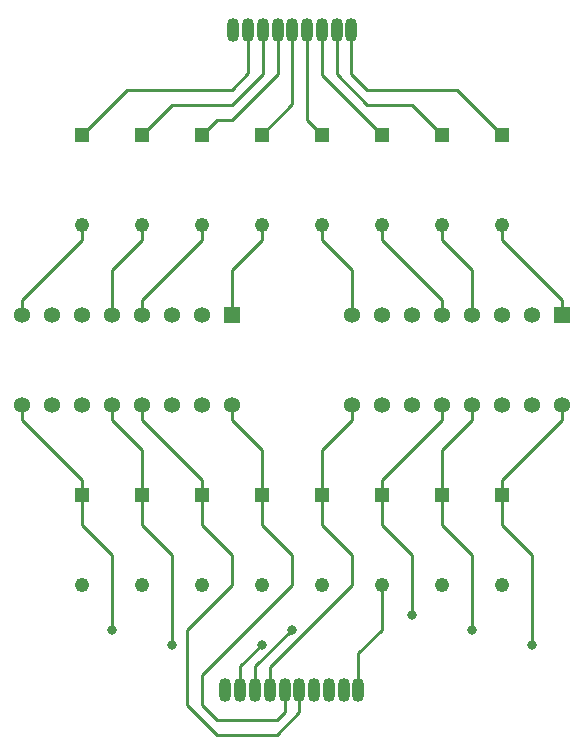
<source format=gbr>
%TF.GenerationSoftware,KiCad,Pcbnew,7.0.9*%
%TF.CreationDate,2024-01-04T07:45:15-05:00*%
%TF.ProjectId,trigger_line,74726967-6765-4725-9f6c-696e652e6b69,rev?*%
%TF.SameCoordinates,Original*%
%TF.FileFunction,Copper,L1,Top*%
%TF.FilePolarity,Positive*%
%FSLAX46Y46*%
G04 Gerber Fmt 4.6, Leading zero omitted, Abs format (unit mm)*
G04 Created by KiCad (PCBNEW 7.0.9) date 2024-01-04 07:45:15*
%MOMM*%
%LPD*%
G01*
G04 APERTURE LIST*
%TA.AperFunction,ComponentPad*%
%ADD10R,1.358000X1.358000*%
%TD*%
%TA.AperFunction,ComponentPad*%
%ADD11C,1.358000*%
%TD*%
%TA.AperFunction,ComponentPad*%
%ADD12R,1.244600X1.244600*%
%TD*%
%TA.AperFunction,ComponentPad*%
%ADD13C,1.244600*%
%TD*%
%TA.AperFunction,ComponentPad*%
%ADD14O,1.016000X2.032000*%
%TD*%
%TA.AperFunction,ViaPad*%
%ADD15C,0.800000*%
%TD*%
%TA.AperFunction,Conductor*%
%ADD16C,0.250000*%
%TD*%
G04 APERTURE END LIST*
D10*
%TO.P,U2,1*%
%TO.N,Net-(R5-Pad2)*%
X134620000Y-83820000D03*
D11*
%TO.P,U2,2*%
%TO.N,/GNDA*%
X132080000Y-83820000D03*
%TO.P,U2,3*%
X129540000Y-83820000D03*
%TO.P,U2,4*%
%TO.N,Net-(R6-Pad2)*%
X127000000Y-83820000D03*
%TO.P,U2,5*%
%TO.N,Net-(R7-Pad2)*%
X124460000Y-83820000D03*
%TO.P,U2,6*%
%TO.N,/GNDA*%
X121920000Y-83820000D03*
%TO.P,U2,7*%
X119380000Y-83820000D03*
%TO.P,U2,8*%
%TO.N,Net-(R8-Pad2)*%
X116840000Y-83820000D03*
%TO.P,U2,9*%
%TO.N,Net-(P2-Pad8)*%
X116840000Y-91440000D03*
%TO.P,U2,10*%
%TO.N,/+5V*%
X119380000Y-91440000D03*
%TO.P,U2,11*%
X121920000Y-91440000D03*
%TO.P,U2,12*%
%TO.N,Net-(P2-Pad7)*%
X124460000Y-91440000D03*
%TO.P,U2,13*%
%TO.N,Net-(P2-Pad6)*%
X127000000Y-91440000D03*
%TO.P,U2,14*%
%TO.N,/+5V*%
X129540000Y-91440000D03*
%TO.P,U2,15*%
X132080000Y-91440000D03*
%TO.P,U2,16*%
%TO.N,Net-(P2-Pad5)*%
X134620000Y-91440000D03*
%TD*%
D12*
%TO.P,R7,1*%
%TO.N,Net-(P1-Pad7)*%
X127000000Y-68580000D03*
D13*
%TO.P,R7,2*%
%TO.N,Net-(R7-Pad2)*%
X127000000Y-76200000D03*
%TD*%
D12*
%TO.P,R4,1*%
%TO.N,Net-(P1-Pad4)*%
X142240000Y-68580000D03*
D13*
%TO.P,R4,2*%
%TO.N,Net-(R4-Pad2)*%
X142240000Y-76200000D03*
%TD*%
D14*
%TO.P,P1,1*%
%TO.N,Net-(P1-Pad1)*%
X144740000Y-59690000D03*
%TO.P,P1,2*%
%TO.N,Net-(P1-Pad2)*%
X143490000Y-59690000D03*
%TO.P,P1,3*%
%TO.N,Net-(P1-Pad3)*%
X142240000Y-59690000D03*
%TO.P,P1,4*%
%TO.N,Net-(P1-Pad4)*%
X140990000Y-59690000D03*
%TO.P,P1,5*%
%TO.N,Net-(P1-Pad5)*%
X139740000Y-59690000D03*
%TO.P,P1,6*%
%TO.N,Net-(P1-Pad6)*%
X138490000Y-59690000D03*
%TO.P,P1,7*%
%TO.N,Net-(P1-Pad7)*%
X137240000Y-59690000D03*
%TO.P,P1,8*%
%TO.N,Net-(P1-Pad8)*%
X135990000Y-59690000D03*
%TO.P,P1,9*%
%TO.N,/GNDA*%
X134740000Y-59690000D03*
%TD*%
D12*
%TO.P,R13,1*%
%TO.N,Net-(P2-Pad5)*%
X137160000Y-99060000D03*
D13*
%TO.P,R13,2*%
%TO.N,GND*%
X137160000Y-106680000D03*
%TD*%
D12*
%TO.P,R15,1*%
%TO.N,Net-(P2-Pad7)*%
X127000000Y-99060000D03*
D13*
%TO.P,R15,2*%
%TO.N,GND*%
X127000000Y-106680000D03*
%TD*%
D12*
%TO.P,R11,1*%
%TO.N,Net-(P2-Pad3)*%
X147320000Y-99060000D03*
D13*
%TO.P,R11,2*%
%TO.N,GND*%
X147320000Y-106680000D03*
%TD*%
D10*
%TO.P,U1,1*%
%TO.N,Net-(R1-Pad2)*%
X162560000Y-83820000D03*
D11*
%TO.P,U1,2*%
%TO.N,/GNDA*%
X160020000Y-83820000D03*
%TO.P,U1,3*%
X157480000Y-83820000D03*
%TO.P,U1,4*%
%TO.N,Net-(R2-Pad2)*%
X154940000Y-83820000D03*
%TO.P,U1,5*%
%TO.N,Net-(R3-Pad2)*%
X152400000Y-83820000D03*
%TO.P,U1,6*%
%TO.N,/GNDA*%
X149860000Y-83820000D03*
%TO.P,U1,7*%
X147320000Y-83820000D03*
%TO.P,U1,8*%
%TO.N,Net-(R4-Pad2)*%
X144780000Y-83820000D03*
%TO.P,U1,9*%
%TO.N,Net-(P2-Pad4)*%
X144780000Y-91440000D03*
%TO.P,U1,10*%
%TO.N,/+5V*%
X147320000Y-91440000D03*
%TO.P,U1,11*%
X149860000Y-91440000D03*
%TO.P,U1,12*%
%TO.N,Net-(P2-Pad3)*%
X152400000Y-91440000D03*
%TO.P,U1,13*%
%TO.N,Net-(P2-Pad2)*%
X154940000Y-91440000D03*
%TO.P,U1,14*%
%TO.N,/+5V*%
X157480000Y-91440000D03*
%TO.P,U1,15*%
X160020000Y-91440000D03*
%TO.P,U1,16*%
%TO.N,Net-(P2-Pad1)*%
X162560000Y-91440000D03*
%TD*%
D12*
%TO.P,R14,1*%
%TO.N,Net-(P2-Pad6)*%
X132080000Y-99060000D03*
D13*
%TO.P,R14,2*%
%TO.N,GND*%
X132080000Y-106680000D03*
%TD*%
D12*
%TO.P,R5,1*%
%TO.N,Net-(P1-Pad5)*%
X137160000Y-68580000D03*
D13*
%TO.P,R5,2*%
%TO.N,Net-(R5-Pad2)*%
X137160000Y-76200000D03*
%TD*%
D12*
%TO.P,R2,1*%
%TO.N,Net-(P1-Pad2)*%
X152400000Y-68580000D03*
D13*
%TO.P,R2,2*%
%TO.N,Net-(R2-Pad2)*%
X152400000Y-76200000D03*
%TD*%
D12*
%TO.P,R3,1*%
%TO.N,Net-(P1-Pad3)*%
X147320000Y-68580000D03*
D13*
%TO.P,R3,2*%
%TO.N,Net-(R3-Pad2)*%
X147320000Y-76200000D03*
%TD*%
D12*
%TO.P,R1,1*%
%TO.N,Net-(P1-Pad1)*%
X157480000Y-68580000D03*
D13*
%TO.P,R1,2*%
%TO.N,Net-(R1-Pad2)*%
X157480000Y-76200000D03*
%TD*%
D12*
%TO.P,R10,1*%
%TO.N,Net-(P2-Pad2)*%
X152400000Y-99060000D03*
D13*
%TO.P,R10,2*%
%TO.N,GND*%
X152400000Y-106680000D03*
%TD*%
D12*
%TO.P,R9,1*%
%TO.N,Net-(P2-Pad1)*%
X157480000Y-99060000D03*
D13*
%TO.P,R9,2*%
%TO.N,GND*%
X157480000Y-106680000D03*
%TD*%
D12*
%TO.P,R6,1*%
%TO.N,Net-(P1-Pad6)*%
X132080000Y-68580000D03*
D13*
%TO.P,R6,2*%
%TO.N,Net-(R6-Pad2)*%
X132080000Y-76200000D03*
%TD*%
D12*
%TO.P,R12,1*%
%TO.N,Net-(P2-Pad4)*%
X142240000Y-99060000D03*
D13*
%TO.P,R12,2*%
%TO.N,GND*%
X142240000Y-106680000D03*
%TD*%
D12*
%TO.P,R8,1*%
%TO.N,Net-(P1-Pad8)*%
X121920000Y-68580000D03*
D13*
%TO.P,R8,2*%
%TO.N,Net-(R8-Pad2)*%
X121920000Y-76200000D03*
%TD*%
D12*
%TO.P,R16,1*%
%TO.N,Net-(P2-Pad8)*%
X121920000Y-99060000D03*
D13*
%TO.P,R16,2*%
%TO.N,GND*%
X121920000Y-106680000D03*
%TD*%
D14*
%TO.P,P2,10*%
%TO.N,GND*%
X145325000Y-115570000D03*
%TO.P,P2,9*%
%TO.N,/+5V*%
X144075000Y-115570000D03*
%TO.P,P2,8*%
%TO.N,Net-(P2-Pad8)*%
X142825000Y-115570000D03*
%TO.P,P2,7*%
%TO.N,Net-(P2-Pad7)*%
X141575000Y-115570000D03*
%TO.P,P2,6*%
%TO.N,Net-(P2-Pad6)*%
X140325000Y-115570000D03*
%TO.P,P2,5*%
%TO.N,Net-(P2-Pad5)*%
X139075000Y-115570000D03*
%TO.P,P2,4*%
%TO.N,Net-(P2-Pad4)*%
X137825000Y-115570000D03*
%TO.P,P2,3*%
%TO.N,Net-(P2-Pad3)*%
X136575000Y-115570000D03*
%TO.P,P2,2*%
%TO.N,Net-(P2-Pad2)*%
X135325000Y-115570000D03*
%TO.P,P2,1*%
%TO.N,Net-(P2-Pad1)*%
X134075000Y-115570000D03*
%TD*%
D15*
%TO.N,Net-(P2-Pad1)*%
X160020000Y-111760000D03*
%TO.N,Net-(P2-Pad2)*%
X137160000Y-111760000D03*
X154940000Y-110490000D03*
%TO.N,Net-(P2-Pad3)*%
X139700000Y-110490000D03*
X149860000Y-109220000D03*
%TO.N,Net-(P2-Pad7)*%
X129540000Y-111760000D03*
%TO.N,Net-(P2-Pad8)*%
X124460000Y-110490000D03*
%TD*%
D16*
%TO.N,Net-(P2-Pad4)*%
X137825000Y-113635000D02*
X144780000Y-106680000D01*
X144780000Y-104140000D02*
X144780000Y-106680000D01*
X137825000Y-115570000D02*
X137825000Y-113635000D01*
%TO.N,Net-(P1-Pad1)*%
X144740000Y-59690000D02*
X144740000Y-63460000D01*
X153670000Y-64770000D02*
X157480000Y-68580000D01*
X144740000Y-63460000D02*
X146050000Y-64770000D01*
X146050000Y-64770000D02*
X153670000Y-64770000D01*
%TO.N,Net-(P1-Pad2)*%
X146050000Y-66040000D02*
X149860000Y-66040000D01*
X149860000Y-66040000D02*
X152400000Y-68580000D01*
X143490000Y-59690000D02*
X143490000Y-63480000D01*
X143490000Y-63480000D02*
X146050000Y-66040000D01*
%TO.N,Net-(P1-Pad3)*%
X142240000Y-59690000D02*
X142240000Y-63500000D01*
X142240000Y-63500000D02*
X147320000Y-68580000D01*
%TO.N,Net-(P1-Pad4)*%
X140990000Y-67330000D02*
X142240000Y-68580000D01*
X140990000Y-59690000D02*
X140990000Y-67330000D01*
%TO.N,Net-(P1-Pad5)*%
X139740000Y-66000000D02*
X137160000Y-68580000D01*
X139740000Y-59690000D02*
X139740000Y-66000000D01*
%TO.N,Net-(P1-Pad6)*%
X134620000Y-67310000D02*
X133350000Y-67310000D01*
X138490000Y-63440000D02*
X134620000Y-67310000D01*
X133350000Y-67310000D02*
X132080000Y-68580000D01*
X138490000Y-59690000D02*
X138490000Y-63440000D01*
%TO.N,Net-(P1-Pad7)*%
X137240000Y-59690000D02*
X137240000Y-63420000D01*
X134620000Y-66040000D02*
X129540000Y-66040000D01*
X129540000Y-66040000D02*
X127000000Y-68580000D01*
X137240000Y-63420000D02*
X134620000Y-66040000D01*
%TO.N,Net-(P1-Pad8)*%
X135990000Y-59690000D02*
X135990000Y-63400000D01*
X125730000Y-64770000D02*
X121920000Y-68580000D01*
X135990000Y-63400000D02*
X134620000Y-64770000D01*
X134620000Y-64770000D02*
X125730000Y-64770000D01*
%TO.N,Net-(P2-Pad1)*%
X157480000Y-97790000D02*
X157480000Y-99060000D01*
X162560000Y-91440000D02*
X162560000Y-92710000D01*
X157480000Y-99060000D02*
X157480000Y-101600000D01*
X162560000Y-92710000D02*
X157480000Y-97790000D01*
X157480000Y-101600000D02*
X160020000Y-104140000D01*
X160020000Y-104140000D02*
X160020000Y-111760000D01*
%TO.N,Net-(P2-Pad2)*%
X154940000Y-91440000D02*
X154940000Y-92710000D01*
X154940000Y-92710000D02*
X152400000Y-95250000D01*
X135325000Y-113595000D02*
X135325000Y-115570000D01*
X152400000Y-95250000D02*
X152400000Y-99060000D01*
X152400000Y-99060000D02*
X152400000Y-101600000D01*
X154940000Y-104140000D02*
X154940000Y-110490000D01*
X152400000Y-101600000D02*
X154940000Y-104140000D01*
X137160000Y-111760000D02*
X135325000Y-113595000D01*
%TO.N,Net-(P2-Pad3)*%
X139700000Y-110490000D02*
X136575000Y-113615000D01*
X147320000Y-101600000D02*
X149860000Y-104140000D01*
X152400000Y-91440000D02*
X152400000Y-92710000D01*
X136575000Y-113615000D02*
X136575000Y-115570000D01*
X149860000Y-104140000D02*
X149860000Y-109220000D01*
X147320000Y-99060000D02*
X147320000Y-101600000D01*
X152400000Y-92710000D02*
X147320000Y-97790000D01*
X147320000Y-97790000D02*
X147320000Y-99060000D01*
%TO.N,Net-(P2-Pad4)*%
X142240000Y-99060000D02*
X142240000Y-101600000D01*
X142240000Y-95250000D02*
X142240000Y-99060000D01*
X144780000Y-92710000D02*
X142240000Y-95250000D01*
X144780000Y-91440000D02*
X144780000Y-92710000D01*
X142240000Y-101600000D02*
X144780000Y-104140000D01*
%TO.N,Net-(P2-Pad5)*%
X132080000Y-114300000D02*
X139700000Y-106680000D01*
X134620000Y-91440000D02*
X134620000Y-92710000D01*
X137160000Y-95250000D02*
X137160000Y-99060000D01*
X139700000Y-104140000D02*
X137160000Y-101600000D01*
X138430000Y-118110000D02*
X133350000Y-118110000D01*
X139075000Y-115570000D02*
X139075000Y-117465000D01*
X133350000Y-118110000D02*
X132080000Y-116840000D01*
X134620000Y-92710000D02*
X137160000Y-95250000D01*
X139075000Y-117465000D02*
X138430000Y-118110000D01*
X132080000Y-116840000D02*
X132080000Y-114300000D01*
X137160000Y-101600000D02*
X137160000Y-99060000D01*
X139700000Y-106680000D02*
X139700000Y-104140000D01*
%TO.N,Net-(P2-Pad6)*%
X133350000Y-119380000D02*
X130810000Y-116840000D01*
X127000000Y-91440000D02*
X127000000Y-92710000D01*
X134620000Y-106680000D02*
X134620000Y-104140000D01*
X134620000Y-104140000D02*
X132080000Y-101600000D01*
X132080000Y-101600000D02*
X132080000Y-99060000D01*
X140325000Y-115570000D02*
X140325000Y-117485000D01*
X140325000Y-117485000D02*
X138430000Y-119380000D01*
X132080000Y-97790000D02*
X132080000Y-99060000D01*
X127000000Y-92710000D02*
X132080000Y-97790000D01*
X138430000Y-119380000D02*
X133350000Y-119380000D01*
X130810000Y-116840000D02*
X130810000Y-110490000D01*
X130810000Y-110490000D02*
X134620000Y-106680000D01*
%TO.N,Net-(P2-Pad7)*%
X124460000Y-91440000D02*
X124460000Y-92710000D01*
X129540000Y-104140000D02*
X129540000Y-111760000D01*
X127000000Y-99060000D02*
X127000000Y-101600000D01*
X127000000Y-101600000D02*
X129540000Y-104140000D01*
X124460000Y-92710000D02*
X127000000Y-95250000D01*
X127000000Y-95250000D02*
X127000000Y-99060000D01*
%TO.N,Net-(P2-Pad8)*%
X116840000Y-91440000D02*
X116840000Y-92710000D01*
X116840000Y-92710000D02*
X121920000Y-97790000D01*
X124460000Y-110490000D02*
X124460000Y-104140000D01*
X121920000Y-99060000D02*
X121920000Y-101600000D01*
X121920000Y-97790000D02*
X121920000Y-99060000D01*
X121920000Y-101600000D02*
X124460000Y-104140000D01*
%TO.N,GND*%
X145325000Y-112485000D02*
X145325000Y-115570000D01*
X147320000Y-110490000D02*
X145325000Y-112485000D01*
X147320000Y-106680000D02*
X147320000Y-110490000D01*
%TO.N,Net-(R1-Pad2)*%
X162560000Y-82550000D02*
X162560000Y-83820000D01*
X157480000Y-76200000D02*
X157480000Y-77470000D01*
X157480000Y-77470000D02*
X162560000Y-82550000D01*
%TO.N,Net-(R2-Pad2)*%
X152400000Y-77470000D02*
X154940000Y-80010000D01*
X154940000Y-80010000D02*
X154940000Y-83820000D01*
X152400000Y-76200000D02*
X152400000Y-77470000D01*
%TO.N,Net-(R3-Pad2)*%
X147320000Y-77470000D02*
X152400000Y-82550000D01*
X147320000Y-76200000D02*
X147320000Y-77470000D01*
X152400000Y-82550000D02*
X152400000Y-83820000D01*
%TO.N,Net-(R4-Pad2)*%
X144780000Y-80010000D02*
X144780000Y-83820000D01*
X142240000Y-76200000D02*
X142240000Y-77470000D01*
X142240000Y-77470000D02*
X144780000Y-80010000D01*
%TO.N,Net-(R5-Pad2)*%
X134620000Y-80010000D02*
X134620000Y-83820000D01*
X137160000Y-77470000D02*
X134620000Y-80010000D01*
X137160000Y-76200000D02*
X137160000Y-77470000D01*
%TO.N,Net-(R6-Pad2)*%
X127000000Y-82550000D02*
X127000000Y-83820000D01*
X132080000Y-77470000D02*
X127000000Y-82550000D01*
X132080000Y-76200000D02*
X132080000Y-77470000D01*
%TO.N,Net-(R7-Pad2)*%
X127000000Y-77470000D02*
X124460000Y-80010000D01*
X127000000Y-76200000D02*
X127000000Y-77470000D01*
X124460000Y-80010000D02*
X124460000Y-83820000D01*
%TO.N,Net-(R8-Pad2)*%
X121920000Y-76200000D02*
X121920000Y-77470000D01*
X116840000Y-82550000D02*
X116840000Y-83820000D01*
X121920000Y-77470000D02*
X116840000Y-82550000D01*
%TD*%
M02*

</source>
